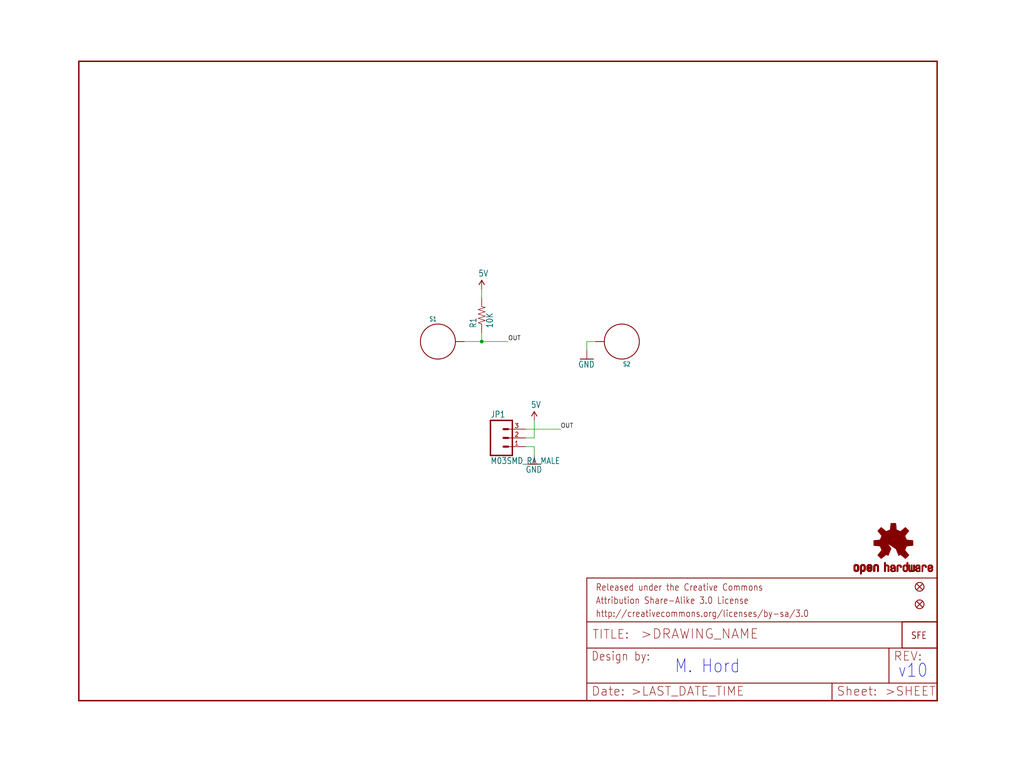
<source format=kicad_sch>
(kicad_sch (version 20211123) (generator eeschema)
  (paper "User" 297.002 223.926)
  (lib_symbols
    (symbol "schematicEagle-eagle-import:10KOHM1{slash}10W1%(0603)0603"
      (property "Reference" "R" (at -3.81 1.4986 0))
      (property "Value" "10KOHM1{slash}10W1%(0603)0603" (at -3.81 -3.302 0))
      (symbol "10KOHM1{slash}10W1%(0603)0603_1_0"
        (pin passive line (at -5.08 0 0) (length 2.54) (name "1") (number "1"))
        (pin passive line (at 5.08 0 180) (length 2.54) (name "2") (number "2"))
      )
    )
    (symbol "schematicEagle-eagle-import:5V" (power)
      (property "Value" "5V" (at -1.016 3.556 0))
      (symbol "5V_1_0"
        (pin power_in line (at 0 0 90) (length 2.54) (name "5V") (number "1"))
      )
    )
    (symbol "schematicEagle-eagle-import:FIDUCIALUFIDUCIAL")
    (symbol "schematicEagle-eagle-import:FRAME-LETTER"
      (symbol "FRAME-LETTER_2_0"
        (text ">DRAWING_NAME" (at 15.494 17.78 0) (effects (font (size 2.7432 2.7432)) (justify left bottom)))
        (text ">LAST_DATE_TIME" (at 12.7 1.27 0) (effects (font (size 2.54 2.54)) (justify left bottom)))
        (text ">SHEET" (at 86.36 1.27 0) (effects (font (size 2.54 2.54)) (justify left bottom)))
        (text "Attribution Share-Alike 3.0 License" (at 2.54 27.94 0) (effects (font (size 1.9304 1.6408)) (justify left bottom)))
        (text "Date:" (at 1.27 1.27 0) (effects (font (size 2.54 2.54)) (justify left bottom)))
        (text "Design by:" (at 1.27 11.43 0) (effects (font (size 2.54 2.159)) (justify left bottom)))
        (text "http://creativecommons.org/licenses/by-sa/3.0" (at 2.54 24.13 0) (effects (font (size 1.9304 1.6408)) (justify left bottom)))
        (text "Released under the Creative Commons" (at 2.54 31.75 0) (effects (font (size 1.9304 1.6408)) (justify left bottom)))
        (text "REV:" (at 88.9 11.43 0) (effects (font (size 2.54 2.54)) (justify left bottom)))
        (text "Sheet:" (at 72.39 1.27 0) (effects (font (size 2.54 2.54)) (justify left bottom)))
        (text "TITLE:" (at 1.524 17.78 0) (effects (font (size 2.54 2.54)) (justify left bottom)))
      )
    )
    (symbol "schematicEagle-eagle-import:GND" (power)
      (property "Value" "GND" (at -2.54 -2.54 0))
      (symbol "GND_1_0"
        (pin power_in line (at 0 2.54 270) (length 2.54) (name "GND") (number "1"))
      )
    )
    (symbol "schematicEagle-eagle-import:LOGO-SFESK"
      (symbol "LOGO-SFESK_1_0"
        (text "SFE" (at 0 0 0) (effects (font (size 1.9304 1.6408)) (justify left bottom)))
      )
    )
    (symbol "schematicEagle-eagle-import:M03SMD_RA_MALE"
      (property "Reference" "JP" (at -2.54 5.842 0))
      (property "Value" "M03SMD_RA_MALE" (at -2.54 -7.62 0))
      (symbol "M03SMD_RA_MALE_1_0"
        (pin passive line (at 7.62 -2.54 180) (length 5.08) (name "1") (number "1"))
        (pin passive line (at 7.62 0 180) (length 5.08) (name "2") (number "2"))
        (pin passive line (at 7.62 2.54 180) (length 5.08) (name "3") (number "3"))
      )
    )
    (symbol "schematicEagle-eagle-import:OSHW-LOGOS")
    (symbol "schematicEagle-eagle-import:STANDOFF_ELECTRICAL"
      (property "Reference" "S" (at -2.54 5.842 0))
      (symbol "STANDOFF_ELECTRICAL_1_0"
        (pin bidirectional line (at 7.62 0 180) (length 2.54) (name "P$1") (number "P1"))
      )
    )
  )
  (junction (at 139.7 99.06))
  (wire (pts (xy 152.4 124.46) (xy 162.56 124.46)))
  (wire (pts (xy 152.4 129.54) (xy 154.94 129.54)))
  (wire (pts (xy 170.18 101.6) (xy 170.18 99.06)))
  (wire (pts (xy 154.94 127) (xy 154.94 121.92)))
  (wire (pts (xy 154.94 129.54) (xy 154.94 132.08)))
  (wire (pts (xy 139.7 99.06) (xy 147.32 99.06)))
  (wire (pts (xy 152.4 127) (xy 154.94 127)))
  (wire (pts (xy 134.62 99.06) (xy 139.7 99.06)))
  (wire (pts (xy 170.18 99.06) (xy 172.72 99.06)))
  (wire (pts (xy 139.7 99.06) (xy 139.7 96.52)))
  (wire (pts (xy 139.7 83.82) (xy 139.7 86.36)))
  (text "v10" (at 260.35 196.85 180) (effects (font (size 3.81 3.2385)) (justify left bottom)))
  (text "M. Hord" (at 195.58 195.58 180) (effects (font (size 3.81 3.2385)) (justify left bottom)))
  (label "OUT" (at 162.56 124.46 0) (effects (font (size 1.2446 1.2446))))
  (label "OUT" (at 147.32 99.06 0) (effects (font (size 1.2446 1.2446))))
  (symbol (lib_id "schematicEagle-eagle-import:GND") (at 154.94 134.62 0) (unit 1)
    (property "Reference" "#GND1" (effects hide))
    (property "Value" "GND" (at 152.4 137.16 0) (effects (font (size 1.778 1.5113)) (justify left bottom)))
    (property "Footprint" "schematicEagle:" (effects hide))
  )
  (symbol (lib_id "schematicEagle-eagle-import:OSHW-LOGOS") (at 259.08 157.48 0) (unit 1)
    (property "Reference" "LOGO3" (effects hide))
    (property "Value" "OSHW-LOGOS" (effects hide))
    (property "Footprint" "schematicEagle:OSHW-LOGO-S" (effects hide))
  )
  (symbol (lib_id "schematicEagle-eagle-import:FIDUCIALUFIDUCIAL") (at 266.7 175.26 0) (unit 1)
    (property "Reference" "FID2" (effects hide))
    (property "Value" "FIDUCIALUFIDUCIAL" (effects hide))
    (property "Footprint" "schematicEagle:MICRO-FIDUCIAL" (effects hide))
  )
  (symbol (lib_id "schematicEagle-eagle-import:STANDOFF_ELECTRICAL") (at 127 99.06 0) (unit 1)
    (property "Reference" "S1" (at 124.46 93.218 0) (effects (font (size 1.27 1.0795)) (justify left bottom)))
    (property "Value" "STANDOFF_ELECTRICAL" (effects hide))
    (property "Footprint" "schematicEagle:STANDOFF-ELECTRICAL" (effects hide))
  )
  (symbol (lib_id "schematicEagle-eagle-import:FRAME-LETTER") (at 22.86 203.2 0) (unit 1)
    (property "Reference" "FRAME1" (effects hide))
    (property "Value" "FRAME-LETTER" (effects hide))
    (property "Footprint" "schematicEagle:CREATIVE_COMMONS" (effects hide))
  )
  (symbol (lib_id "schematicEagle-eagle-import:FIDUCIALUFIDUCIAL") (at 266.7 170.18 0) (unit 1)
    (property "Reference" "FID1" (effects hide))
    (property "Value" "FIDUCIALUFIDUCIAL" (effects hide))
    (property "Footprint" "schematicEagle:MICRO-FIDUCIAL" (effects hide))
  )
  (symbol (lib_id "schematicEagle-eagle-import:STANDOFF_ELECTRICAL") (at 180.34 99.06 180) (unit 1)
    (property "Reference" "S2" (at 182.88 104.902 0) (effects (font (size 1.27 1.0795)) (justify left bottom)))
    (property "Value" "STANDOFF_ELECTRICAL" (effects hide))
    (property "Footprint" "schematicEagle:STANDOFF-ELECTRICAL" (effects hide))
  )
  (symbol (lib_id "schematicEagle-eagle-import:GND") (at 170.18 104.14 0) (unit 1)
    (property "Reference" "#GND2" (effects hide))
    (property "Value" "GND" (at 167.64 106.68 0) (effects (font (size 1.778 1.5113)) (justify left bottom)))
    (property "Footprint" "schematicEagle:" (effects hide))
  )
  (symbol (lib_id "schematicEagle-eagle-import:LOGO-SFESK") (at 264.16 185.42 0) (unit 1)
    (property "Reference" "LOGO4" (effects hide))
    (property "Value" "LOGO-SFESK" (effects hide))
    (property "Footprint" "schematicEagle:SFE-LOGO-FLAME" (effects hide))
  )
  (symbol (lib_id "schematicEagle-eagle-import:FRAME-LETTER") (at 170.18 203.2 0) (unit 2)
    (property "Reference" "FRAME1" (effects hide))
    (property "Value" "FRAME-LETTER" (effects hide))
    (property "Footprint" "schematicEagle:CREATIVE_COMMONS" (effects hide))
  )
  (symbol (lib_id "schematicEagle-eagle-import:10KOHM1{slash}10W1%(0603)0603") (at 139.7 91.44 90) (unit 1)
    (property "Reference" "R1" (at 138.2014 95.25 0) (effects (font (size 1.778 1.5113)) (justify left bottom)))
    (property "Value" "10K" (at 143.002 95.25 0) (effects (font (size 1.778 1.5113)) (justify left bottom)))
    (property "Footprint" "schematicEagle:0603-RES" (effects hide))
  )
  (symbol (lib_id "schematicEagle-eagle-import:LOGO-SFESK") (at 264.16 185.42 0) (unit 1)
    (property "Reference" "LOGO2" (effects hide))
    (property "Value" "LOGO-SFESK" (effects hide))
    (property "Footprint" "schematicEagle:SFE-LOGO-FLAME" (effects hide))
  )
  (symbol (lib_id "schematicEagle-eagle-import:OSHW-LOGOS") (at 259.08 157.48 0) (unit 1)
    (property "Reference" "LOGO1" (effects hide))
    (property "Value" "OSHW-LOGOS" (effects hide))
    (property "Footprint" "schematicEagle:OSHW-LOGO-S" (effects hide))
  )
  (symbol (lib_id "schematicEagle-eagle-import:M03SMD_RA_MALE") (at 144.78 127 0) (unit 1)
    (property "Reference" "JP1" (at 142.24 121.158 0) (effects (font (size 1.778 1.5113)) (justify left bottom)))
    (property "Value" "M03SMD_RA_MALE" (at 142.24 134.62 0) (effects (font (size 1.778 1.5113)) (justify left bottom)))
    (property "Footprint" "schematicEagle:1X03_SMD_RA_MALE" (effects hide))
  )
  (symbol (lib_id "schematicEagle-eagle-import:5V") (at 139.7 83.82 0) (unit 1)
    (property "Reference" "#SUPPLY2" (effects hide))
    (property "Value" "5V" (at 138.684 80.264 0) (effects (font (size 1.778 1.5113)) (justify left bottom)))
    (property "Footprint" "schematicEagle:" (effects hide))
  )
  (symbol (lib_id "schematicEagle-eagle-import:5V") (at 154.94 121.92 0) (unit 1)
    (property "Reference" "#SUPPLY1" (effects hide))
    (property "Value" "5V" (at 153.924 118.364 0) (effects (font (size 1.778 1.5113)) (justify left bottom)))
    (property "Footprint" "schematicEagle:" (effects hide))
  )
)
</source>
